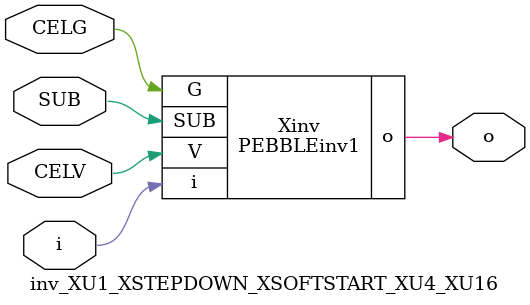
<source format=v>



module PEBBLEinv1 ( o, G, SUB, V, i );

  input V;
  input i;
  input G;
  output o;
  input SUB;
endmodule

//Celera Confidential Do Not Copy inv_XU1_XSTEPDOWN_XSOFTSTART_XU4_XU16
//Celera Confidential Symbol Generator
//5V Inverter
module inv_XU1_XSTEPDOWN_XSOFTSTART_XU4_XU16 (CELV,CELG,i,o,SUB);
input CELV;
input CELG;
input i;
input SUB;
output o;

//Celera Confidential Do Not Copy inv
PEBBLEinv1 Xinv(
.V (CELV),
.i (i),
.o (o),
.SUB (SUB),
.G (CELG)
);
//,diesize,PEBBLEinv1

//Celera Confidential Do Not Copy Module End
//Celera Schematic Generator
endmodule

</source>
